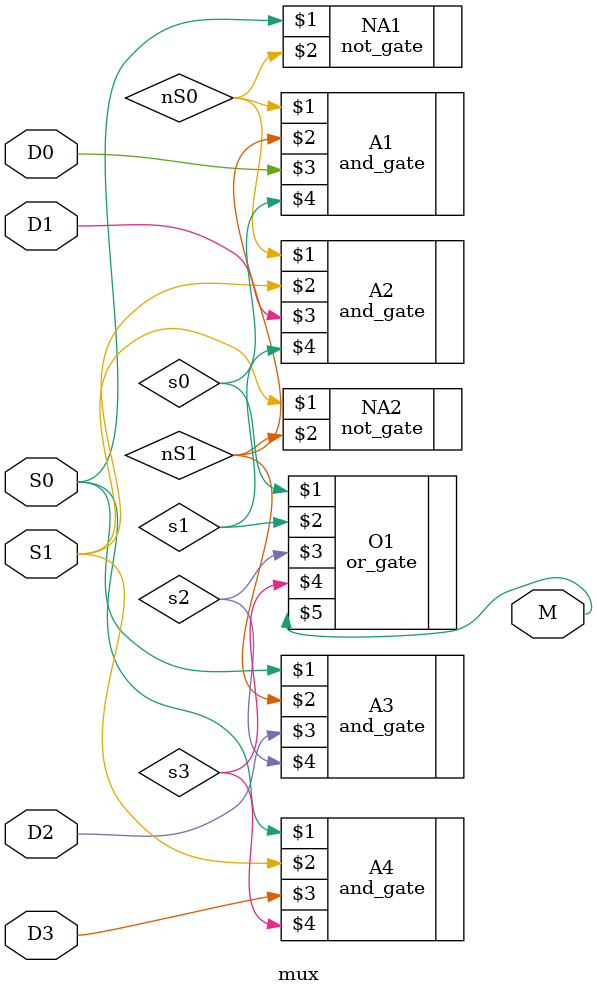
<source format=v>
`timescale 1ns / 1ps


module mux(
    input D0,D1,D2,D3,S0,S1,
    output M
    );
    wire s0,s1,s2,s3,nS0,nS1;
    not_gate NA1(S0,nS0);
    not_gate NA2(S1,nS1);
    and_gate A1(nS0,nS1,D0,s0);
    and_gate A2(nS0,S1,D1,s1);
    and_gate A3(S0,nS1,D2,s2);
    and_gate A4(S0,S1,D3,s3);
    or_gate O1(s0,s1,s2,s3,M);
endmodule

</source>
